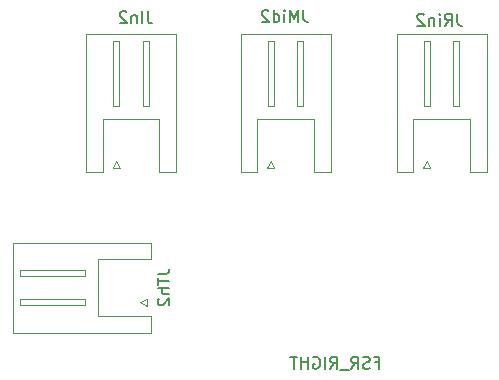
<source format=gbr>
%TF.GenerationSoftware,KiCad,Pcbnew,9.0.2*%
%TF.CreationDate,2025-08-29T09:25:12+10:00*%
%TF.ProjectId,fsr_right,6673725f-7269-4676-9874-2e6b69636164,rev?*%
%TF.SameCoordinates,Original*%
%TF.FileFunction,Legend,Bot*%
%TF.FilePolarity,Positive*%
%FSLAX46Y46*%
G04 Gerber Fmt 4.6, Leading zero omitted, Abs format (unit mm)*
G04 Created by KiCad (PCBNEW 9.0.2) date 2025-08-29 09:25:12*
%MOMM*%
%LPD*%
G01*
G04 APERTURE LIST*
%ADD10C,0.200000*%
%ADD11C,0.150000*%
%ADD12C,0.120000*%
G04 APERTURE END LIST*
D10*
X170686993Y-91683409D02*
X171020326Y-91683409D01*
X171020326Y-92207219D02*
X171020326Y-91207219D01*
X171020326Y-91207219D02*
X170544136Y-91207219D01*
X170210802Y-92159600D02*
X170067945Y-92207219D01*
X170067945Y-92207219D02*
X169829850Y-92207219D01*
X169829850Y-92207219D02*
X169734612Y-92159600D01*
X169734612Y-92159600D02*
X169686993Y-92111980D01*
X169686993Y-92111980D02*
X169639374Y-92016742D01*
X169639374Y-92016742D02*
X169639374Y-91921504D01*
X169639374Y-91921504D02*
X169686993Y-91826266D01*
X169686993Y-91826266D02*
X169734612Y-91778647D01*
X169734612Y-91778647D02*
X169829850Y-91731028D01*
X169829850Y-91731028D02*
X170020326Y-91683409D01*
X170020326Y-91683409D02*
X170115564Y-91635790D01*
X170115564Y-91635790D02*
X170163183Y-91588171D01*
X170163183Y-91588171D02*
X170210802Y-91492933D01*
X170210802Y-91492933D02*
X170210802Y-91397695D01*
X170210802Y-91397695D02*
X170163183Y-91302457D01*
X170163183Y-91302457D02*
X170115564Y-91254838D01*
X170115564Y-91254838D02*
X170020326Y-91207219D01*
X170020326Y-91207219D02*
X169782231Y-91207219D01*
X169782231Y-91207219D02*
X169639374Y-91254838D01*
X168639374Y-92207219D02*
X168972707Y-91731028D01*
X169210802Y-92207219D02*
X169210802Y-91207219D01*
X169210802Y-91207219D02*
X168829850Y-91207219D01*
X168829850Y-91207219D02*
X168734612Y-91254838D01*
X168734612Y-91254838D02*
X168686993Y-91302457D01*
X168686993Y-91302457D02*
X168639374Y-91397695D01*
X168639374Y-91397695D02*
X168639374Y-91540552D01*
X168639374Y-91540552D02*
X168686993Y-91635790D01*
X168686993Y-91635790D02*
X168734612Y-91683409D01*
X168734612Y-91683409D02*
X168829850Y-91731028D01*
X168829850Y-91731028D02*
X169210802Y-91731028D01*
X168448898Y-92302457D02*
X167686993Y-92302457D01*
X166877469Y-92207219D02*
X167210802Y-91731028D01*
X167448897Y-92207219D02*
X167448897Y-91207219D01*
X167448897Y-91207219D02*
X167067945Y-91207219D01*
X167067945Y-91207219D02*
X166972707Y-91254838D01*
X166972707Y-91254838D02*
X166925088Y-91302457D01*
X166925088Y-91302457D02*
X166877469Y-91397695D01*
X166877469Y-91397695D02*
X166877469Y-91540552D01*
X166877469Y-91540552D02*
X166925088Y-91635790D01*
X166925088Y-91635790D02*
X166972707Y-91683409D01*
X166972707Y-91683409D02*
X167067945Y-91731028D01*
X167067945Y-91731028D02*
X167448897Y-91731028D01*
X166448897Y-92207219D02*
X166448897Y-91207219D01*
X165448898Y-91254838D02*
X165544136Y-91207219D01*
X165544136Y-91207219D02*
X165686993Y-91207219D01*
X165686993Y-91207219D02*
X165829850Y-91254838D01*
X165829850Y-91254838D02*
X165925088Y-91350076D01*
X165925088Y-91350076D02*
X165972707Y-91445314D01*
X165972707Y-91445314D02*
X166020326Y-91635790D01*
X166020326Y-91635790D02*
X166020326Y-91778647D01*
X166020326Y-91778647D02*
X165972707Y-91969123D01*
X165972707Y-91969123D02*
X165925088Y-92064361D01*
X165925088Y-92064361D02*
X165829850Y-92159600D01*
X165829850Y-92159600D02*
X165686993Y-92207219D01*
X165686993Y-92207219D02*
X165591755Y-92207219D01*
X165591755Y-92207219D02*
X165448898Y-92159600D01*
X165448898Y-92159600D02*
X165401279Y-92111980D01*
X165401279Y-92111980D02*
X165401279Y-91778647D01*
X165401279Y-91778647D02*
X165591755Y-91778647D01*
X164972707Y-92207219D02*
X164972707Y-91207219D01*
X164972707Y-91683409D02*
X164401279Y-91683409D01*
X164401279Y-92207219D02*
X164401279Y-91207219D01*
X164067945Y-91207219D02*
X163496517Y-91207219D01*
X163782231Y-92207219D02*
X163782231Y-91207219D01*
D11*
X151423809Y-61954819D02*
X151423809Y-62669104D01*
X151423809Y-62669104D02*
X151471428Y-62811961D01*
X151471428Y-62811961D02*
X151566666Y-62907200D01*
X151566666Y-62907200D02*
X151709523Y-62954819D01*
X151709523Y-62954819D02*
X151804761Y-62954819D01*
X150947618Y-62954819D02*
X150947618Y-61954819D01*
X150471428Y-62288152D02*
X150471428Y-62954819D01*
X150471428Y-62383390D02*
X150423809Y-62335771D01*
X150423809Y-62335771D02*
X150328571Y-62288152D01*
X150328571Y-62288152D02*
X150185714Y-62288152D01*
X150185714Y-62288152D02*
X150090476Y-62335771D01*
X150090476Y-62335771D02*
X150042857Y-62431009D01*
X150042857Y-62431009D02*
X150042857Y-62954819D01*
X149614285Y-62050057D02*
X149566666Y-62002438D01*
X149566666Y-62002438D02*
X149471428Y-61954819D01*
X149471428Y-61954819D02*
X149233333Y-61954819D01*
X149233333Y-61954819D02*
X149138095Y-62002438D01*
X149138095Y-62002438D02*
X149090476Y-62050057D01*
X149090476Y-62050057D02*
X149042857Y-62145295D01*
X149042857Y-62145295D02*
X149042857Y-62240533D01*
X149042857Y-62240533D02*
X149090476Y-62383390D01*
X149090476Y-62383390D02*
X149661904Y-62954819D01*
X149661904Y-62954819D02*
X149042857Y-62954819D01*
X164595237Y-61854819D02*
X164595237Y-62569104D01*
X164595237Y-62569104D02*
X164642856Y-62711961D01*
X164642856Y-62711961D02*
X164738094Y-62807200D01*
X164738094Y-62807200D02*
X164880951Y-62854819D01*
X164880951Y-62854819D02*
X164976189Y-62854819D01*
X164119046Y-62854819D02*
X164119046Y-61854819D01*
X164119046Y-61854819D02*
X163785713Y-62569104D01*
X163785713Y-62569104D02*
X163452380Y-61854819D01*
X163452380Y-61854819D02*
X163452380Y-62854819D01*
X162976189Y-62854819D02*
X162976189Y-62188152D01*
X162976189Y-61854819D02*
X163023808Y-61902438D01*
X163023808Y-61902438D02*
X162976189Y-61950057D01*
X162976189Y-61950057D02*
X162928570Y-61902438D01*
X162928570Y-61902438D02*
X162976189Y-61854819D01*
X162976189Y-61854819D02*
X162976189Y-61950057D01*
X162071428Y-62854819D02*
X162071428Y-61854819D01*
X162071428Y-62807200D02*
X162166666Y-62854819D01*
X162166666Y-62854819D02*
X162357142Y-62854819D01*
X162357142Y-62854819D02*
X162452380Y-62807200D01*
X162452380Y-62807200D02*
X162499999Y-62759580D01*
X162499999Y-62759580D02*
X162547618Y-62664342D01*
X162547618Y-62664342D02*
X162547618Y-62378628D01*
X162547618Y-62378628D02*
X162499999Y-62283390D01*
X162499999Y-62283390D02*
X162452380Y-62235771D01*
X162452380Y-62235771D02*
X162357142Y-62188152D01*
X162357142Y-62188152D02*
X162166666Y-62188152D01*
X162166666Y-62188152D02*
X162071428Y-62235771D01*
X161642856Y-61950057D02*
X161595237Y-61902438D01*
X161595237Y-61902438D02*
X161499999Y-61854819D01*
X161499999Y-61854819D02*
X161261904Y-61854819D01*
X161261904Y-61854819D02*
X161166666Y-61902438D01*
X161166666Y-61902438D02*
X161119047Y-61950057D01*
X161119047Y-61950057D02*
X161071428Y-62045295D01*
X161071428Y-62045295D02*
X161071428Y-62140533D01*
X161071428Y-62140533D02*
X161119047Y-62283390D01*
X161119047Y-62283390D02*
X161690475Y-62854819D01*
X161690475Y-62854819D02*
X161071428Y-62854819D01*
X177623809Y-62154819D02*
X177623809Y-62869104D01*
X177623809Y-62869104D02*
X177671428Y-63011961D01*
X177671428Y-63011961D02*
X177766666Y-63107200D01*
X177766666Y-63107200D02*
X177909523Y-63154819D01*
X177909523Y-63154819D02*
X178004761Y-63154819D01*
X176576190Y-63154819D02*
X176909523Y-62678628D01*
X177147618Y-63154819D02*
X177147618Y-62154819D01*
X177147618Y-62154819D02*
X176766666Y-62154819D01*
X176766666Y-62154819D02*
X176671428Y-62202438D01*
X176671428Y-62202438D02*
X176623809Y-62250057D01*
X176623809Y-62250057D02*
X176576190Y-62345295D01*
X176576190Y-62345295D02*
X176576190Y-62488152D01*
X176576190Y-62488152D02*
X176623809Y-62583390D01*
X176623809Y-62583390D02*
X176671428Y-62631009D01*
X176671428Y-62631009D02*
X176766666Y-62678628D01*
X176766666Y-62678628D02*
X177147618Y-62678628D01*
X176147618Y-63154819D02*
X176147618Y-62488152D01*
X176147618Y-62154819D02*
X176195237Y-62202438D01*
X176195237Y-62202438D02*
X176147618Y-62250057D01*
X176147618Y-62250057D02*
X176099999Y-62202438D01*
X176099999Y-62202438D02*
X176147618Y-62154819D01*
X176147618Y-62154819D02*
X176147618Y-62250057D01*
X175671428Y-62488152D02*
X175671428Y-63154819D01*
X175671428Y-62583390D02*
X175623809Y-62535771D01*
X175623809Y-62535771D02*
X175528571Y-62488152D01*
X175528571Y-62488152D02*
X175385714Y-62488152D01*
X175385714Y-62488152D02*
X175290476Y-62535771D01*
X175290476Y-62535771D02*
X175242857Y-62631009D01*
X175242857Y-62631009D02*
X175242857Y-63154819D01*
X174814285Y-62250057D02*
X174766666Y-62202438D01*
X174766666Y-62202438D02*
X174671428Y-62154819D01*
X174671428Y-62154819D02*
X174433333Y-62154819D01*
X174433333Y-62154819D02*
X174338095Y-62202438D01*
X174338095Y-62202438D02*
X174290476Y-62250057D01*
X174290476Y-62250057D02*
X174242857Y-62345295D01*
X174242857Y-62345295D02*
X174242857Y-62440533D01*
X174242857Y-62440533D02*
X174290476Y-62583390D01*
X174290476Y-62583390D02*
X174861904Y-63154819D01*
X174861904Y-63154819D02*
X174242857Y-63154819D01*
X152254819Y-84183333D02*
X152969104Y-84183333D01*
X152969104Y-84183333D02*
X153111961Y-84135714D01*
X153111961Y-84135714D02*
X153207200Y-84040476D01*
X153207200Y-84040476D02*
X153254819Y-83897619D01*
X153254819Y-83897619D02*
X153254819Y-83802381D01*
X152254819Y-84516667D02*
X152254819Y-85088095D01*
X153254819Y-84802381D02*
X152254819Y-84802381D01*
X153254819Y-85421429D02*
X152254819Y-85421429D01*
X153254819Y-85850000D02*
X152731009Y-85850000D01*
X152731009Y-85850000D02*
X152635771Y-85802381D01*
X152635771Y-85802381D02*
X152588152Y-85707143D01*
X152588152Y-85707143D02*
X152588152Y-85564286D01*
X152588152Y-85564286D02*
X152635771Y-85469048D01*
X152635771Y-85469048D02*
X152683390Y-85421429D01*
X152350057Y-86278572D02*
X152302438Y-86326191D01*
X152302438Y-86326191D02*
X152254819Y-86421429D01*
X152254819Y-86421429D02*
X152254819Y-86659524D01*
X152254819Y-86659524D02*
X152302438Y-86754762D01*
X152302438Y-86754762D02*
X152350057Y-86802381D01*
X152350057Y-86802381D02*
X152445295Y-86850000D01*
X152445295Y-86850000D02*
X152540533Y-86850000D01*
X152540533Y-86850000D02*
X152683390Y-86802381D01*
X152683390Y-86802381D02*
X153254819Y-86230953D01*
X153254819Y-86230953D02*
X153254819Y-86850000D01*
D12*
%TO.C,JIn2*%
X146190000Y-63835000D02*
X146190000Y-75555000D01*
X146190000Y-75555000D02*
X147610000Y-75555000D01*
X147610000Y-71055000D02*
X150000000Y-71055000D01*
X147610000Y-75555000D02*
X147610000Y-71055000D01*
X148450000Y-75245000D02*
X149050000Y-75245000D01*
X148500000Y-64445000D02*
X149000000Y-64445000D01*
X148500000Y-69945000D02*
X148500000Y-64445000D01*
X148750000Y-74645000D02*
X148450000Y-75245000D01*
X149000000Y-64445000D02*
X149000000Y-69945000D01*
X149000000Y-69945000D02*
X148500000Y-69945000D01*
X149050000Y-75245000D02*
X148750000Y-74645000D01*
X150000000Y-63835000D02*
X146190000Y-63835000D01*
X150000000Y-63835000D02*
X153810000Y-63835000D01*
X151000000Y-64445000D02*
X151500000Y-64445000D01*
X151000000Y-69945000D02*
X151000000Y-64445000D01*
X151500000Y-64445000D02*
X151500000Y-69945000D01*
X151500000Y-69945000D02*
X151000000Y-69945000D01*
X152390000Y-71055000D02*
X150000000Y-71055000D01*
X152390000Y-75555000D02*
X152390000Y-71055000D01*
X153810000Y-63835000D02*
X153810000Y-75555000D01*
X153810000Y-75555000D02*
X152390000Y-75555000D01*
%TO.C,JMid2*%
X159290000Y-63835000D02*
X159290000Y-75555000D01*
X159290000Y-75555000D02*
X160710000Y-75555000D01*
X160710000Y-71055000D02*
X163100000Y-71055000D01*
X160710000Y-75555000D02*
X160710000Y-71055000D01*
X161550000Y-75245000D02*
X162150000Y-75245000D01*
X161600000Y-64445000D02*
X162100000Y-64445000D01*
X161600000Y-69945000D02*
X161600000Y-64445000D01*
X161850000Y-74645000D02*
X161550000Y-75245000D01*
X162100000Y-64445000D02*
X162100000Y-69945000D01*
X162100000Y-69945000D02*
X161600000Y-69945000D01*
X162150000Y-75245000D02*
X161850000Y-74645000D01*
X163100000Y-63835000D02*
X159290000Y-63835000D01*
X163100000Y-63835000D02*
X166910000Y-63835000D01*
X164100000Y-64445000D02*
X164600000Y-64445000D01*
X164100000Y-69945000D02*
X164100000Y-64445000D01*
X164600000Y-64445000D02*
X164600000Y-69945000D01*
X164600000Y-69945000D02*
X164100000Y-69945000D01*
X165490000Y-71055000D02*
X163100000Y-71055000D01*
X165490000Y-75555000D02*
X165490000Y-71055000D01*
X166910000Y-63835000D02*
X166910000Y-75555000D01*
X166910000Y-75555000D02*
X165490000Y-75555000D01*
%TO.C,JRin2*%
X172490000Y-63835000D02*
X172490000Y-75555000D01*
X172490000Y-75555000D02*
X173910000Y-75555000D01*
X173910000Y-71055000D02*
X176300000Y-71055000D01*
X173910000Y-75555000D02*
X173910000Y-71055000D01*
X174750000Y-75245000D02*
X175350000Y-75245000D01*
X174800000Y-64445000D02*
X175300000Y-64445000D01*
X174800000Y-69945000D02*
X174800000Y-64445000D01*
X175050000Y-74645000D02*
X174750000Y-75245000D01*
X175300000Y-64445000D02*
X175300000Y-69945000D01*
X175300000Y-69945000D02*
X174800000Y-69945000D01*
X175350000Y-75245000D02*
X175050000Y-74645000D01*
X176300000Y-63835000D02*
X172490000Y-63835000D01*
X176300000Y-63835000D02*
X180110000Y-63835000D01*
X177300000Y-64445000D02*
X177800000Y-64445000D01*
X177300000Y-69945000D02*
X177300000Y-64445000D01*
X177800000Y-64445000D02*
X177800000Y-69945000D01*
X177800000Y-69945000D02*
X177300000Y-69945000D01*
X178690000Y-71055000D02*
X176300000Y-71055000D01*
X178690000Y-75555000D02*
X178690000Y-71055000D01*
X180110000Y-63835000D02*
X180110000Y-75555000D01*
X180110000Y-75555000D02*
X178690000Y-75555000D01*
%TO.C,JTh2*%
X139980000Y-81540000D02*
X151700000Y-81540000D01*
X139980000Y-85350000D02*
X139980000Y-81540000D01*
X139980000Y-85350000D02*
X139980000Y-89160000D01*
X139980000Y-89160000D02*
X151700000Y-89160000D01*
X140590000Y-83850000D02*
X146090000Y-83850000D01*
X140590000Y-84350000D02*
X140590000Y-83850000D01*
X140590000Y-86350000D02*
X146090000Y-86350000D01*
X140590000Y-86850000D02*
X140590000Y-86350000D01*
X146090000Y-83850000D02*
X146090000Y-84350000D01*
X146090000Y-84350000D02*
X140590000Y-84350000D01*
X146090000Y-86350000D02*
X146090000Y-86850000D01*
X146090000Y-86850000D02*
X140590000Y-86850000D01*
X147200000Y-82960000D02*
X147200000Y-85350000D01*
X147200000Y-87740000D02*
X147200000Y-85350000D01*
X150790000Y-86600000D02*
X151390000Y-86900000D01*
X151390000Y-86300000D02*
X150790000Y-86600000D01*
X151390000Y-86900000D02*
X151390000Y-86300000D01*
X151700000Y-81540000D02*
X151700000Y-82960000D01*
X151700000Y-82960000D02*
X147200000Y-82960000D01*
X151700000Y-87740000D02*
X147200000Y-87740000D01*
X151700000Y-89160000D02*
X151700000Y-87740000D01*
%TD*%
M02*

</source>
